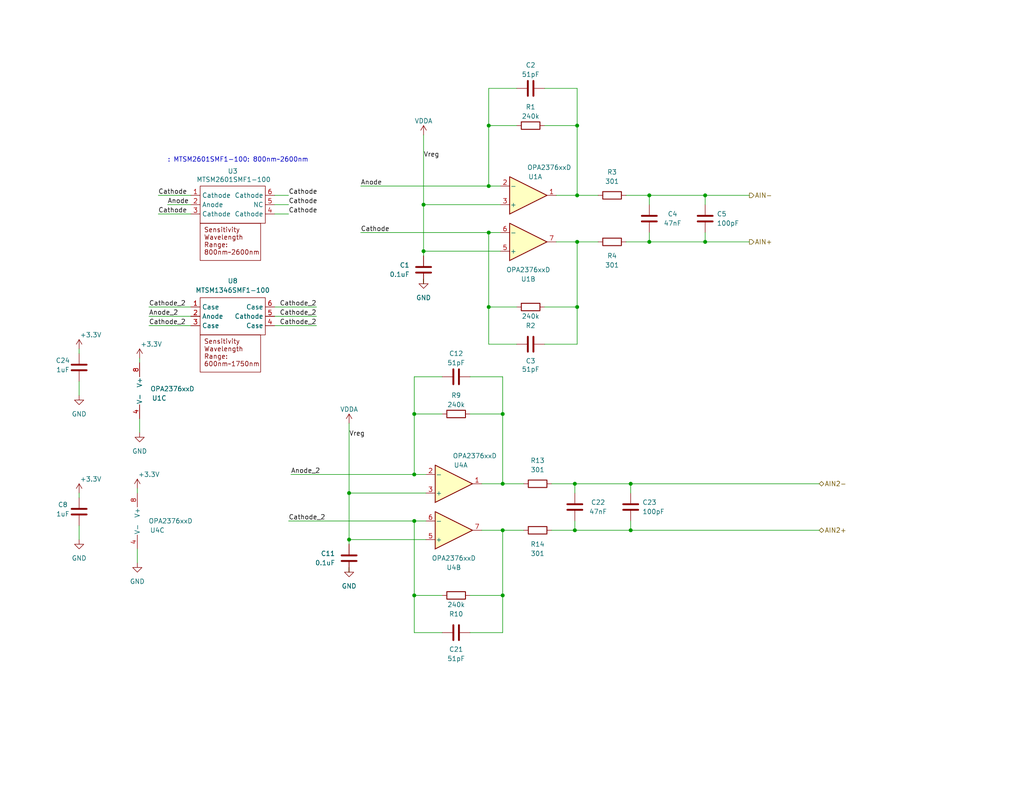
<source format=kicad_sch>
(kicad_sch (version 20250114) (generator "eeschema") (generator_version "9.0")
  (paper "USLetter")
  (title_block (title "PlasticScanner Handheld DB 2.3") (date "2023-10-02") (rev "3") (company "Plastic Scanner"))
  (lib_symbols
    (symbol "Amplifier_Operational:OPA2376xxD" (pin_names (offset 0.127))
      (property "Reference" "U" (at 0 5.08 0))
      (property "Value" "OPA2376xxD" (at 0 -5.08 0))
      (symbol "OPA2376xxD_1_1"
        (polyline (pts (xy -5.08 5.08) (xy 5.08 0) (xy -5.08 -5.08) (xy -5.08 5.08)) (stroke (width 0.254)) (fill (type background)))
        (pin input line (at -7.62 2.54 0) (length 2.54) (name "+") (number "3"))
        (pin input line (at -7.62 -2.54 0) (length 2.54) (name "-") (number "2"))
        (pin output line (at 7.62 0 180) (length 2.54) (name "~") (number "1"))
      )
      (symbol "OPA2376xxD_2_1"
        (polyline (pts (xy -5.08 5.08) (xy 5.08 0) (xy -5.08 -5.08) (xy -5.08 5.08)) (stroke (width 0.254)) (fill (type background)))
        (pin input line (at -7.62 2.54 0) (length 2.54) (name "+") (number "5"))
        (pin input line (at -7.62 -2.54 0) (length 2.54) (name "-") (number "6"))
        (pin output line (at 7.62 0 180) (length 2.54) (name "~") (number "7"))
      )
      (symbol "OPA2376xxD_3_1"
        (pin power_in line (at -2.54 7.62 270) (length 3.81) (name "V+") (number "8"))
        (pin power_in line (at -2.54 -7.62 90) (length 3.81) (name "V-") (number "4"))
      )
    )
    (symbol "Device:C" (pin_numbers (hide yes)) (pin_names (offset 0.254))
      (property "Reference" "C" (at 0.635 2.54 0))
      (property "Value" "C" (at 0.635 -2.54 0))
      (symbol "C_0_1"
        (polyline (pts (xy -2.032 0.762) (xy 2.032 0.762)) (stroke (width 0.508)))
        (polyline (pts (xy -2.032 -0.762) (xy 2.032 -0.762)) (stroke (width 0.508)))
      )
      (symbol "C_1_1"
        (pin passive line (at 0 3.81 270) (length 2.794) (name "~") (number "1"))
        (pin passive line (at 0 -3.81 90) (length 2.794) (name "~") (number "2"))
      )
    )
    (symbol "Device:R" (pin_numbers (hide yes)) (pin_names (offset 0))
      (property "Reference" "R" (at 2.032 0 90))
      (property "Value" "R" (at 0 0 90))
      (symbol "R_0_1"
        (rectangle (start -1.016 -2.54) (end 1.016 2.54) (stroke (width 0.254)))
      )
      (symbol "R_1_1"
        (pin passive line (at 0 3.81 270) (length 1.27) (name "~") (number "1"))
        (pin passive line (at 0 -3.81 90) (length 1.27) (name "~") (number "2"))
      )
    )
    (symbol "MTSM2601SMF1-100:MTSM1346SMF1-100"
      (property "Reference" "U" (at -1.27 2.54 0))
      (property "Value" "MTSM1346SMF1-100" (at 0 0 0))
      (symbol "MTSM1346SMF1-100_0_0"
        (text_box "Sensitivity Wavelength Range: 600nm~1750nm\n" (at -8.89 -8.89 0) (size 16.51 -10.16) (margins 1.016 1.016 1.016 1.016) (fill (type color)) (effects (font (size 1.27 1.27)) (justify left top)))
      )
      (symbol "MTSM1346SMF1-100_0_1"
        (rectangle (start -8.89 1.27) (end 8.89 -8.89))
      )
      (symbol "MTSM1346SMF1-100_1_1"
        (pin bidirectional line (at -11.43 -1.27 0) (length 2.54) (name "Case") (number "1"))
        (pin bidirectional line (at -11.43 -3.81 0) (length 2.54) (name "Anode") (number "2"))
        (pin bidirectional line (at -11.43 -6.35 0) (length 2.54) (name "Case") (number "3"))
        (pin bidirectional line (at 11.43 -1.27 180) (length 2.54) (name "Case") (number "6"))
        (pin bidirectional line (at 11.43 -3.81 180) (length 2.54) (name "Cathode") (number "5"))
        (pin bidirectional line (at 11.43 -6.35 180) (length 2.54) (name "Case") (number "4"))
      )
    )
    (symbol "MTSM2601SMF1-100:MTSM2601SMF1-100"
      (property "Reference" "U" (at -1.27 2.54 0))
      (symbol "MTSM2601SMF1-100_0_0"
        (text_box "Sensitivity Wavelength Range: 800nm~2600nm\n" (at -8.89 -8.89 0) (size 16.51 -10.16) (margins 1.016 1.016 1.016 1.016) (fill (type color)) (effects (font (size 1.27 1.27)) (justify left top)))
      )
      (symbol "MTSM2601SMF1-100_0_1"
        (rectangle (start -8.89 1.27) (end 8.89 -8.89))
      )
      (symbol "MTSM2601SMF1-100_1_1"
        (pin bidirectional line (at -11.43 -1.27 0) (length 2.54) (name "Cathode") (number "1"))
        (pin bidirectional line (at -11.43 -3.81 0) (length 2.54) (name "Anode") (number "2"))
        (pin bidirectional line (at -11.43 -6.35 0) (length 2.54) (name "Cathode") (number "3"))
        (pin bidirectional line (at 11.43 -1.27 180) (length 2.54) (name "Cathode") (number "6"))
        (pin passive line (at 11.43 -3.81 180) (length 2.54) (name "NC") (number "5"))
        (pin bidirectional line (at 11.43 -6.35 180) (length 2.54) (name "Cathode") (number "4"))
      )
    )
    (symbol "power:+3.3V" (power) (pin_names (offset 0))
      (property "Value" "+3.3V" (at 0 3.556 0))
      (symbol "+3.3V_0_1"
        (polyline (pts (xy -0.762 1.27) (xy 0 2.54)))
        (polyline (pts (xy 0 2.54) (xy 0.762 1.27)))
        (polyline (pts (xy 0 0) (xy 0 2.54)))
      )
      (symbol "+3.3V_1_1"
        (pin power_in line (at 0 0 90) (length 0) (hide yes) (name "+3.3V") (number "1"))
      )
    )
    (symbol "power:GND" (power) (pin_names (offset 0))
      (property "Value" "GND" (at 0 -3.81 0))
      (symbol "GND_0_1"
        (polyline (pts (xy 0 0) (xy 0 -1.27) (xy 1.27 -1.27) (xy 0 -2.54) (xy -1.27 -1.27) (xy 0 -1.27)))
      )
      (symbol "GND_1_1"
        (pin power_in line (at 0 0 270) (length 0) (hide yes) (name "GND") (number "1"))
      )
    )
    (symbol "power:VDDA" (power) (pin_names (offset 0))
      (property "Value" "VDDA" (at 0 3.81 0))
      (symbol "VDDA_0_1"
        (polyline (pts (xy -0.762 1.27) (xy 0 2.54)))
        (polyline (pts (xy 0 2.54) (xy 0.762 1.27)))
        (polyline (pts (xy 0 0) (xy 0 2.54)))
      )
      (symbol "VDDA_1_1"
        (pin power_in line (at 0 0 90) (length 0) (hide yes) (name "VDDA") (number "1"))
      )
    )
  )
  (text ": MTSM2601SMF1-100: 800nm~2600nm" (at 45.72 44.45 0) (effects (font (size 1.27 1.27)) (justify left bottom)))
  (junction (at 137.16 162.56))
  (junction (at 113.03 142.24))
  (junction (at 157.48 53.34))
  (junction (at 157.48 34.29))
  (junction (at 137.16 132.08))
  (junction (at 115.57 55.88))
  (junction (at 172.085 144.78))
  (junction (at 192.405 66.04))
  (junction (at 113.03 113.03))
  (junction (at 133.35 34.29))
  (junction (at 113.03 129.54))
  (junction (at 172.085 132.08))
  (junction (at 192.405 53.34))
  (junction (at 133.35 63.5))
  (junction (at 137.16 113.03))
  (junction (at 156.845 132.08))
  (junction (at 156.845 144.78))
  (junction (at 157.48 83.82))
  (junction (at 133.35 83.82))
  (junction (at 133.35 50.8))
  (junction (at 137.16 144.78))
  (junction (at 95.25 147.32))
  (junction (at 113.03 162.56))
  (junction (at 177.165 66.04))
  (junction (at 95.25 134.62))
  (junction (at 177.165 53.34))
  (junction (at 157.48 66.04))
  (junction (at 115.57 68.58))
  (wire (pts (xy 172.085 132.08) (xy 172.085 134.62)))
  (wire (pts (xy 156.845 144.78) (xy 172.085 144.78)))
  (wire (pts (xy 151.765 66.04) (xy 157.48 66.04)))
  (wire (pts (xy 133.35 63.5) (xy 133.35 83.82)))
  (wire (pts (xy 21.59 104.14) (xy 21.59 107.95)))
  (wire (pts (xy 43.18 58.42) (xy 52.07 58.42)))
  (wire (pts (xy 192.405 66.04) (xy 204.47 66.04)))
  (wire (pts (xy 79.375 129.54) (xy 113.03 129.54)))
  (wire (pts (xy 157.48 83.82) (xy 157.48 66.04)))
  (wire (pts (xy 40.64 83.82) (xy 52.07 83.82)))
  (wire (pts (xy 40.64 88.9) (xy 52.07 88.9)))
  (wire (pts (xy 156.845 132.08) (xy 172.085 132.08)))
  (wire (pts (xy 38.1 97.79) (xy 38.1 99.06)))
  (wire (pts (xy 150.495 144.78) (xy 156.845 144.78)))
  (wire (pts (xy 21.59 134.62) (xy 21.59 135.89)))
  (wire (pts (xy 133.35 63.5) (xy 136.525 63.5)))
  (wire (pts (xy 98.425 63.5) (xy 133.35 63.5)))
  (wire (pts (xy 137.16 102.87) (xy 137.16 113.03)))
  (wire (pts (xy 172.085 132.08) (xy 223.52 132.08)))
  (wire (pts (xy 170.815 66.04) (xy 177.165 66.04)))
  (wire (pts (xy 95.25 115.57) (xy 95.25 134.62)))
  (wire (pts (xy 133.35 50.8) (xy 133.35 34.29)))
  (wire (pts (xy 157.48 53.34) (xy 163.195 53.34)))
  (wire (pts (xy 37.465 133.35) (xy 37.465 134.62)))
  (wire (pts (xy 151.765 53.34) (xy 157.48 53.34)))
  (wire (pts (xy 156.845 132.08) (xy 156.845 134.62)))
  (wire (pts (xy 177.165 53.34) (xy 177.165 55.88)))
  (wire (pts (xy 95.25 147.32) (xy 95.25 148.59)))
  (wire (pts (xy 148.59 83.82) (xy 157.48 83.82)))
  (wire (pts (xy 128.27 102.87) (xy 137.16 102.87)))
  (wire (pts (xy 137.16 132.08) (xy 142.875 132.08)))
  (wire (pts (xy 150.495 132.08) (xy 156.845 132.08)))
  (wire (pts (xy 21.59 95.25) (xy 21.59 96.52)))
  (wire (pts (xy 133.35 83.82) (xy 140.97 83.82)))
  (wire (pts (xy 115.57 55.88) (xy 136.525 55.88)))
  (wire (pts (xy 133.35 34.29) (xy 140.97 34.29)))
  (wire (pts (xy 131.445 132.08) (xy 137.16 132.08)))
  (wire (pts (xy 192.405 53.34) (xy 192.405 55.88)))
  (wire (pts (xy 133.35 50.8) (xy 136.525 50.8)))
  (wire (pts (xy 113.03 142.24) (xy 116.205 142.24)))
  (wire (pts (xy 133.35 24.13) (xy 133.35 34.29)))
  (wire (pts (xy 40.64 86.36) (xy 52.07 86.36)))
  (wire (pts (xy 133.35 93.98) (xy 140.97 93.98)))
  (wire (pts (xy 157.48 24.13) (xy 157.48 34.29)))
  (wire (pts (xy 131.445 144.78) (xy 137.16 144.78)))
  (wire (pts (xy 156.845 142.24) (xy 156.845 144.78)))
  (wire (pts (xy 43.18 53.34) (xy 52.07 53.34)))
  (wire (pts (xy 133.35 83.82) (xy 133.35 93.98)))
  (wire (pts (xy 115.57 77.47) (xy 115.57 76.2)))
  (wire (pts (xy 74.93 88.9) (xy 86.36 88.9)))
  (wire (pts (xy 113.03 129.54) (xy 113.03 113.03)))
  (wire (pts (xy 113.03 172.72) (xy 120.65 172.72)))
  (wire (pts (xy 21.59 143.51) (xy 21.59 147.32)))
  (wire (pts (xy 38.1 114.3) (xy 38.1 118.11)))
  (wire (pts (xy 137.16 162.56) (xy 137.16 172.72)))
  (wire (pts (xy 172.085 144.78) (xy 223.52 144.78)))
  (wire (pts (xy 113.03 162.56) (xy 113.03 172.72)))
  (wire (pts (xy 128.27 162.56) (xy 137.16 162.56)))
  (wire (pts (xy 37.465 149.86) (xy 37.465 153.67)))
  (wire (pts (xy 113.03 142.24) (xy 113.03 162.56)))
  (wire (pts (xy 113.03 113.03) (xy 120.65 113.03)))
  (wire (pts (xy 113.03 102.87) (xy 113.03 113.03)))
  (wire (pts (xy 192.405 53.34) (xy 204.47 53.34)))
  (wire (pts (xy 115.57 36.83) (xy 115.57 55.88)))
  (wire (pts (xy 78.74 142.24) (xy 113.03 142.24)))
  (wire (pts (xy 170.815 53.34) (xy 177.165 53.34)))
  (wire (pts (xy 74.93 86.36) (xy 86.36 86.36)))
  (wire (pts (xy 74.93 58.42) (xy 78.74 58.42)))
  (wire (pts (xy 113.03 129.54) (xy 116.205 129.54)))
  (wire (pts (xy 177.165 53.34) (xy 192.405 53.34)))
  (wire (pts (xy 115.57 68.58) (xy 115.57 69.85)))
  (wire (pts (xy 74.93 53.34) (xy 78.74 53.34)))
  (wire (pts (xy 74.93 83.82) (xy 86.36 83.82)))
  (wire (pts (xy 95.25 134.62) (xy 95.25 147.32)))
  (wire (pts (xy 137.16 144.78) (xy 142.875 144.78)))
  (wire (pts (xy 172.085 142.24) (xy 172.085 144.78)))
  (wire (pts (xy 45.72 55.88) (xy 52.07 55.88)))
  (wire (pts (xy 192.405 63.5) (xy 192.405 66.04)))
  (wire (pts (xy 128.27 113.03) (xy 137.16 113.03)))
  (wire (pts (xy 95.25 134.62) (xy 116.205 134.62)))
  (wire (pts (xy 95.25 147.32) (xy 116.205 147.32)))
  (wire (pts (xy 148.59 93.98) (xy 157.48 93.98)))
  (wire (pts (xy 157.48 83.82) (xy 157.48 93.98)))
  (wire (pts (xy 95.25 156.21) (xy 95.25 154.94)))
  (wire (pts (xy 148.59 34.29) (xy 157.48 34.29)))
  (wire (pts (xy 133.35 24.13) (xy 140.97 24.13)))
  (wire (pts (xy 177.165 63.5) (xy 177.165 66.04)))
  (wire (pts (xy 115.57 55.88) (xy 115.57 68.58)))
  (wire (pts (xy 128.27 172.72) (xy 137.16 172.72)))
  (wire (pts (xy 157.48 66.04) (xy 163.195 66.04)))
  (wire (pts (xy 157.48 34.29) (xy 157.48 53.34)))
  (wire (pts (xy 137.16 162.56) (xy 137.16 144.78)))
  (wire (pts (xy 113.03 162.56) (xy 120.65 162.56)))
  (wire (pts (xy 177.165 66.04) (xy 192.405 66.04)))
  (wire (pts (xy 113.03 102.87) (xy 120.65 102.87)))
  (wire (pts (xy 98.425 50.8) (xy 133.35 50.8)))
  (wire (pts (xy 148.59 24.13) (xy 157.48 24.13)))
  (wire (pts (xy 115.57 68.58) (xy 136.525 68.58)))
  (wire (pts (xy 137.16 113.03) (xy 137.16 132.08)))
  (wire (pts (xy 74.93 55.88) (xy 78.74 55.88)))
  (label "Cathode" (at 78.74 58.42 0))
  (label "Cathode" (at 43.18 53.34 0))
  (label "Cathode" (at 78.74 53.34 0))
  (label "Anode_2" (at 40.64 86.36 0))
  (label "Vreg" (at 95.25 119.38 0))
  (label "Cathode_2" (at 86.36 86.36 180))
  (label "Cathode_2" (at 40.64 83.82 0))
  (label "Cathode" (at 98.425 63.5 0))
  (label "Cathode_2" (at 86.36 88.9 180))
  (label "Cathode_2" (at 86.36 83.82 180))
  (label "Cathode" (at 43.18 58.42 0))
  (label "Anode_2" (at 79.375 129.54 0))
  (label "Anode" (at 45.72 55.88 0))
  (label "Cathode_2" (at 78.74 142.24 0))
  (label "Cathode" (at 78.74 55.88 0))
  (label "Vreg" (at 115.57 43.18 0))
  (label "Anode" (at 98.425 50.8 0))
  (label "Cathode_2" (at 40.64 88.9 0))
  (hierarchical_label "AIN-" (shape output) (at 204.47 53.34 0))
  (hierarchical_label "AIN2+" (shape bidirectional) (at 223.52 144.78 0))
  (hierarchical_label "AIN+" (shape output) (at 204.47 66.04 0))
  (hierarchical_label "AIN2-" (shape bidirectional) (at 223.52 132.08 0))
  (symbol (lib_id "Device:R") (at 146.685 132.08 90) (unit 1)
    (property "Reference" "R13" (at 146.685 125.73 90))
    (property "Value" "301" (at 146.685 128.27 90))
    (property "Footprint" "Resistor_SMD:R_0603_1608Metric_Pad0.98x0.95mm_HandSolder" (effects (hide yes)))
    (property "mouser description" "ERJ-3EKF3010V" (effects (hide yes)))
    (property "mouser part number" "667-ERJ-3EKF3010V" (effects (hide yes)))
    (property "digikey description" "RES SMD 301 OHM 1% 1/10W 0603" (effects (hide yes)))
    (property "digikey part number" "P301HCT-ND" (effects (hide yes)))
  )
  (symbol (lib_id "Device:C") (at 95.25 152.4 0) (mirror x) (unit 1)
    (property "Reference" "C11" (at 91.44 151.1299 0) (effects (justify right)))
    (property "Value" "0.1uF" (at 91.44 153.6699 0) (effects (justify right)))
    (property "Footprint" "Capacitor_SMD:C_0603_1608Metric_Pad1.08x0.95mm_HandSolder" (effects (hide yes)))
    (property "digikey description" "CAP CER 0.1UF 16V X7R 0603" (effects (hide yes)))
    (property "digikey part number" "311-1088-1-ND" (effects (hide yes)))
  )
  (symbol (lib_id "Amplifier_Operational:OPA2376xxD") (at 123.825 132.08 0) (mirror x) (unit 1)
    (property "Reference" "U4" (at 125.73 127 0))
    (property "Value" "OPA2376xxD" (at 129.54 124.46 0))
    (property "Footprint" "OPA2376AID:SOIC127P599X175-8N" (effects (hide yes)))
    (property "Datasheet" "http://www.ti.com/lit/ds/symlink/opa376.pdf" (effects (hide yes)))
    (property "digikey part number" "296-26263-5-ND" (effects (hide yes)))
    (property "mouser description" "OPA2376AIDR" (effects (hide yes)))
    (property "mouser part number" "595-OPA2376AIDR" (effects (hide yes)))
    (property "digikey description" "General Purpose Amplifier 2 Circuit Single Ended, Rail-to-Rail 8-SOIC" (effects (hide yes)))
  )
  (symbol (lib_id "power:GND") (at 115.57 76.2 0) (unit 1)
    (property "Reference" "#PWR02" (effects (hide yes)))
    (property "Value" "GND" (at 115.57 81.28 0))
  )
  (symbol (lib_id "Device:C") (at 21.59 100.33 180) (unit 1)
    (property "Reference" "C24" (at 17.145 98.425 0))
    (property "Value" "1uF" (at 17.145 100.965 0))
    (property "Footprint" "Capacitor_SMD:C_0603_1608Metric_Pad1.08x0.95mm_HandSolder" (effects (hide yes)))
    (property "digikey description" "CAP CER 1UF 16V X7R 0603" (effects (hide yes)))
    (property "digikey part number" "311-1446-1-ND" (effects (hide yes)))
    (instances (project "RoundScanner" (path "" (reference "C24") (unit 1)) (path "" (reference "C6") (unit 1))))
  )
  (symbol (lib_id "Device:R") (at 144.78 83.82 270) (mirror x) (unit 1)
    (property "Reference" "R2" (at 144.78 88.9 90))
    (property "Value" "240k" (at 144.78 86.36 90))
    (property "Footprint" "Resistor_SMD:R_0603_1608Metric_Pad0.98x0.95mm_HandSolder" (effects (hide yes)))
    (property "mouser description" "ERJ-3EKF2403V" (effects (hide yes)))
    (property "mouser part number" "667-ERJ-3EKF2403V" (effects (hide yes)))
    (property "digikey description" "RES 240K OHM 1% 1/10W 0603" (effects (hide yes)))
    (property "digikey part number" "311-240KHRCT-ND" (effects (hide yes)))
  )
  (symbol (lib_id "Device:R") (at 167.005 53.34 90) (unit 1)
    (property "Reference" "R3" (at 167.005 46.99 90))
    (property "Value" "301" (at 167.005 49.53 90))
    (property "Footprint" "Resistor_SMD:R_0603_1608Metric_Pad0.98x0.95mm_HandSolder" (effects (hide yes)))
    (property "mouser description" "ERJ-3EKF3010V" (effects (hide yes)))
    (property "mouser part number" "667-ERJ-3EKF3010V" (effects (hide yes)))
    (property "digikey description" "RES SMD 301 OHM 1% 1/10W 0603" (effects (hide yes)))
    (property "digikey part number" "P301HCT-ND" (effects (hide yes)))
  )
  (symbol (lib_id "Device:C") (at 21.59 139.7 180) (unit 1)
    (property "Reference" "C8" (at 17.145 137.795 0))
    (property "Value" "1uF" (at 17.145 140.335 0))
    (property "Footprint" "Capacitor_SMD:C_0603_1608Metric_Pad1.08x0.95mm_HandSolder" (effects (hide yes)))
    (property "digikey description" "CAP CER 1UF 16V X7R 0603" (effects (hide yes)))
    (property "digikey part number" "311-1446-1-ND" (effects (hide yes)))
    (instances (project "RoundScanner" (path "" (reference "C8") (unit 1)) (path "" (reference "C6") (unit 1))))
  )
  (symbol (lib_id "Device:R") (at 144.78 34.29 90) (unit 1)
    (property "Reference" "R1" (at 144.78 29.21 90))
    (property "Value" "240k" (at 144.78 31.75 90))
    (property "Footprint" "Resistor_SMD:R_0603_1608Metric_Pad0.98x0.95mm_HandSolder" (effects (hide yes)))
    (property "mouser description" "ERJ-3EKF2403V" (effects (hide yes)))
    (property "mouser part number" "667-ERJ-3EKF2403V" (effects (hide yes)))
    (property "digikey description" "RES 240K OHM 1% 1/10W 0603" (effects (hide yes)))
    (property "digikey part number" "311-240KHRCT-ND" (effects (hide yes)))
  )
  (symbol (lib_id "power:VDDA") (at 115.57 36.83 0) (unit 1)
    (property "Reference" "#PWR017" (effects (hide yes)))
    (property "Value" "VDDA" (at 115.57 33.02 0))
    (instances (project "RoundScanner" (path "" (reference "#PWR014") (unit 1)) (path "" (reference "#PWR017") (unit 1))))
  )
  (symbol (lib_id "Device:C") (at 192.405 59.69 0) (unit 1)
    (property "Reference" "C5" (at 195.58 58.4199 0) (effects (justify left)))
    (property "Value" "100pF" (at 195.58 60.9599 0) (effects (justify left)))
    (property "Footprint" "Capacitor_SMD:C_0603_1608Metric_Pad1.08x0.95mm_HandSolder" (effects (hide yes)))
    (property "digikey description" "CAP CER 100PF 50V C0G/NP0 0603" (effects (hide yes)))
    (property "digikey part number" "1276-1008-1-ND" (effects (hide yes)))
  )
  (symbol (lib_id "Device:C") (at 172.085 138.43 0) (unit 1)
    (property "Reference" "C23" (at 175.26 137.1599 0) (effects (justify left)))
    (property "Value" "100pF" (at 175.26 139.6999 0) (effects (justify left)))
    (property "Footprint" "Capacitor_SMD:C_0603_1608Metric_Pad1.08x0.95mm_HandSolder" (effects (hide yes)))
    (property "digikey description" "CAP CER 100PF 50V C0G/NP0 0603" (effects (hide yes)))
    (property "digikey part number" "1276-1008-1-ND" (effects (hide yes)))
  )
  (symbol (lib_id "Device:C") (at 124.46 102.87 90) (unit 1)
    (property "Reference" "C12" (at 124.46 96.52 90))
    (property "Value" "51pF" (at 124.46 99.06 90))
    (property "Footprint" "Capacitor_SMD:C_0603_1608Metric_Pad1.08x0.95mm_HandSolder" (effects (hide yes)))
    (property "digikey description" "CAP CER 51PF 50V C0G/NP0 0603" (effects (hide yes)))
    (property "digikey part number" "1276-2310-1-ND" (effects (hide yes)))
  )
  (symbol (lib_id "power:GND") (at 37.465 153.67 0) (unit 1)
    (property "Reference" "#PWR07" (effects (hide yes)))
    (property "Value" "GND" (at 37.465 158.75 0))
  )
  (symbol (lib_id "power:+3.3V") (at 21.59 95.25 0) (unit 1)
    (property "Reference" "#PWR021" (effects (hide yes)))
    (property "Value" "+3.3V" (at 24.765 91.44 0))
  )
  (symbol (lib_id "power:GND") (at 21.59 107.95 0) (unit 1)
    (property "Reference" "#PWR027" (effects (hide yes)))
    (property "Value" "GND" (at 21.59 113.03 0))
  )
  (symbol (lib_id "power:GND") (at 95.25 154.94 0) (unit 1)
    (property "Reference" "#PWR09" (effects (hide yes)))
    (property "Value" "GND" (at 95.25 160.02 0))
  )
  (symbol (lib_id "power:+3.3V") (at 21.59 134.62 0) (unit 1)
    (property "Reference" "#PWR024" (effects (hide yes)))
    (property "Value" "+3.3V" (at 24.765 130.81 0))
  )
  (symbol (lib_id "Amplifier_Operational:OPA2376xxD") (at 40.005 142.24 0) (unit 3)
    (property "Reference" "U4" (at 44.958 144.78 0) (effects (justify right)))
    (property "Value" "OPA2376xxD" (at 52.578 142.24 0) (effects (justify right)))
    (property "Footprint" "OPA2376AID:SOIC127P599X175-8N" (effects (hide yes)))
    (property "Datasheet" "http://www.ti.com/lit/ds/symlink/opa376.pdf" (effects (hide yes)))
    (property "digikey part number" "296-26263-5-ND" (effects (hide yes)))
    (property "mouser description" "OPA2376AIDR" (effects (hide yes)))
    (property "mouser part number" "595-OPA2376AIDR" (effects (hide yes)))
    (property "digikey description" "General Purpose Amplifier 2 Circuit Single Ended, Rail-to-Rail 8-SOIC" (effects (hide yes)))
  )
  (symbol (lib_id "Amplifier_Operational:OPA2376xxD") (at 40.64 106.68 0) (unit 3)
    (property "Reference" "U1" (at 45.466 108.712 0) (effects (justify right)))
    (property "Value" "OPA2376xxD" (at 53.086 106.172 0) (effects (justify right)))
    (property "Footprint" "OPA2376AID:SOIC127P599X175-8N" (effects (hide yes)))
    (property "Datasheet" "http://www.ti.com/lit/ds/symlink/opa376.pdf" (effects (hide yes)))
    (property "digikey part number" "296-26263-5-ND" (effects (hide yes)))
    (property "mouser description" "OPA2376AIDR" (effects (hide yes)))
    (property "mouser part number" "595-OPA2376AIDR" (effects (hide yes)))
    (property "digikey description" "General Purpose Amplifier 2 Circuit Single Ended, Rail-to-Rail 8-SOIC" (effects (hide yes)))
  )
  (symbol (lib_id "Device:C") (at 144.78 93.98 90) (unit 1)
    (property "Reference" "C3" (at 144.78 98.552 90))
    (property "Value" "51pF" (at 144.78 100.838 90))
    (property "Footprint" "Capacitor_SMD:C_0603_1608Metric_Pad1.08x0.95mm_HandSolder" (effects (hide yes)))
    (property "digikey description" "CAP CER 51PF 50V C0G/NP0 0603" (effects (hide yes)))
    (property "digikey part number" "1276-2310-1-ND" (effects (hide yes)))
  )
  (symbol (lib_id "power:GND") (at 21.59 147.32 0) (unit 1)
    (property "Reference" "#PWR025" (effects (hide yes)))
    (property "Value" "GND" (at 21.59 152.4 0))
  )
  (symbol (lib_id "Amplifier_Operational:OPA2376xxD") (at 123.825 144.78 0) (mirror x) (unit 2)
    (property "Reference" "U4" (at 123.825 154.94 0))
    (property "Value" "OPA2376xxD" (at 123.825 152.4 0))
    (property "Footprint" "OPA2376AID:SOIC127P599X175-8N" (effects (hide yes)))
    (property "Datasheet" "http://www.ti.com/lit/ds/symlink/opa376.pdf" (effects (hide yes)))
    (property "digikey part number" "296-26263-5-ND" (effects (hide yes)))
    (property "mouser description" "OPA2376AIDR" (effects (hide yes)))
    (property "mouser part number" "595-OPA2376AIDR" (effects (hide yes)))
    (property "digikey description" "General Purpose Amplifier 2 Circuit Single Ended, Rail-to-Rail 8-SOIC" (effects (hide yes)))
  )
  (symbol (lib_id "power:GND") (at 38.1 118.11 0) (unit 1)
    (property "Reference" "#PWR04" (effects (hide yes)))
    (property "Value" "GND" (at 38.1 123.19 0))
  )
  (symbol (lib_id "Amplifier_Operational:OPA2376xxD") (at 144.145 53.34 0) (mirror x) (unit 1)
    (property "Reference" "U1" (at 146.05 48.26 0))
    (property "Value" "OPA2376xxD" (at 149.86 45.72 0))
    (property "Footprint" "OPA2376AID:SOIC127P599X175-8N" (effects (hide yes)))
    (property "Datasheet" "http://www.ti.com/lit/ds/symlink/opa376.pdf" (effects (hide yes)))
    (property "digikey part number" "296-26263-5-ND" (effects (hide yes)))
    (property "mouser description" "OPA2376AIDR" (effects (hide yes)))
    (property "mouser part number" "595-OPA2376AIDR" (effects (hide yes)))
    (property "digikey description" "General Purpose Amplifier 2 Circuit Single Ended, Rail-to-Rail 8-SOIC" (effects (hide yes)))
  )
  (symbol (lib_id "power:VDDA") (at 95.25 115.57 0) (unit 1)
    (property "Reference" "#PWR016" (effects (hide yes)))
    (property "Value" "VDDA" (at 95.25 111.76 0))
    (instances (project "RoundScanner" (path "" (reference "#PWR014") (unit 1)) (path "" (reference "#PWR016") (unit 1))))
  )
  (symbol (lib_id "Device:C") (at 144.78 24.13 90) (unit 1)
    (property "Reference" "C2" (at 144.78 17.78 90))
    (property "Value" "51pF" (at 144.78 20.32 90))
    (property "Footprint" "Capacitor_SMD:C_0603_1608Metric_Pad1.08x0.95mm_HandSolder" (effects (hide yes)))
    (property "digikey description" "CAP CER 51PF 50V C0G/NP0 0603" (effects (hide yes)))
    (property "digikey part number" "1276-2310-1-ND" (effects (hide yes)))
  )
  (symbol (lib_id "Device:C") (at 177.165 59.69 180) (unit 1)
    (property "Reference" "C4" (at 183.515 58.42 0))
    (property "Value" "47nF" (at 183.515 60.96 0))
    (property "Footprint" "Capacitor_SMD:C_0603_1608Metric_Pad1.08x0.95mm_HandSolder" (effects (hide yes)))
    (property "digikey description" "CAP CER 0.047UF 50V X7R 0603" (effects (hide yes)))
    (property "digikey part number" "311-4019-1-ND" (effects (hide yes)))
  )
  (symbol (lib_id "Device:R") (at 124.46 162.56 270) (mirror x) (unit 1)
    (property "Reference" "R10" (at 124.46 167.64 90))
    (property "Value" "240k" (at 124.46 165.1 90))
    (property "Footprint" "Resistor_SMD:R_0603_1608Metric_Pad0.98x0.95mm_HandSolder" (effects (hide yes)))
    (property "mouser description" "ERJ-3EKF2403V" (effects (hide yes)))
    (property "mouser part number" "667-ERJ-3EKF2403V" (effects (hide yes)))
    (property "digikey description" "RES 240K OHM 1% 1/10W 0603" (effects (hide yes)))
    (property "digikey part number" "311-240KHRCT-ND" (effects (hide yes)))
  )
  (symbol (lib_id "Device:C") (at 156.845 138.43 180) (unit 1)
    (property "Reference" "C22" (at 163.195 137.16 0))
    (property "Value" "47nF" (at 163.195 139.7 0))
    (property "Footprint" "Capacitor_SMD:C_0603_1608Metric_Pad1.08x0.95mm_HandSolder" (effects (hide yes)))
    (property "digikey description" "CAP CER 0.047UF 50V X7R 0603" (effects (hide yes)))
    (property "digikey part number" "311-4019-1-ND" (effects (hide yes)))
  )
  (symbol (lib_id "Device:R") (at 146.685 144.78 90) (unit 1)
    (property "Reference" "R14" (at 146.685 148.59 90))
    (property "Value" "301" (at 146.685 151.13 90))
    (property "Footprint" "Resistor_SMD:R_0603_1608Metric_Pad0.98x0.95mm_HandSolder" (effects (hide yes)))
    (property "mouser description" "ERJ-3EKF3010V" (effects (hide yes)))
    (property "mouser part number" "667-ERJ-3EKF3010V" (effects (hide yes)))
    (property "digikey description" "RES SMD 301 OHM 1% 1/10W 0603" (effects (hide yes)))
    (property "digikey part number" "P301HCT-ND" (effects (hide yes)))
  )
  (symbol (lib_id "Device:R") (at 124.46 113.03 90) (unit 1)
    (property "Reference" "R9" (at 124.46 107.95 90))
    (property "Value" "240k" (at 124.46 110.49 90))
    (property "Footprint" "Resistor_SMD:R_0603_1608Metric_Pad0.98x0.95mm_HandSolder" (effects (hide yes)))
    (property "mouser description" "ERJ-3EKF2403V" (effects (hide yes)))
    (property "mouser part number" "667-ERJ-3EKF2403V" (effects (hide yes)))
    (property "digikey description" "RES 240K OHM 1% 1/10W 0603" (effects (hide yes)))
    (property "digikey part number" "311-240KHRCT-ND" (effects (hide yes)))
  )
  (symbol (lib_id "Device:C") (at 124.46 172.72 90) (unit 1)
    (property "Reference" "C21" (at 124.46 177.292 90))
    (property "Value" "51pF" (at 124.46 179.832 90))
    (property "Footprint" "Capacitor_SMD:C_0603_1608Metric_Pad1.08x0.95mm_HandSolder" (effects (hide yes)))
    (property "digikey description" "CAP CER 51PF 50V C0G/NP0 0603" (effects (hide yes)))
    (property "digikey part number" "1276-2310-1-ND" (effects (hide yes)))
  )
  (symbol (lib_id "Device:R") (at 167.005 66.04 90) (unit 1)
    (property "Reference" "R4" (at 167.005 69.85 90))
    (property "Value" "301" (at 167.005 72.39 90))
    (property "Footprint" "Resistor_SMD:R_0603_1608Metric_Pad0.98x0.95mm_HandSolder" (effects (hide yes)))
    (property "mouser description" "ERJ-3EKF3010V" (effects (hide yes)))
    (property "mouser part number" "667-ERJ-3EKF3010V" (effects (hide yes)))
    (property "digikey description" "RES SMD 301 OHM 1% 1/10W 0603" (effects (hide yes)))
    (property "digikey part number" "P301HCT-ND" (effects (hide yes)))
  )
  (symbol (lib_id "power:+3.3V") (at 38.1 97.79 0) (unit 1)
    (property "Reference" "#PWR0131" (effects (hide yes)))
    (property "Value" "+3.3V" (at 41.275 93.98 0))
  )
  (symbol (lib_id "power:+3.3V") (at 37.465 133.35 0) (unit 1)
    (property "Reference" "#PWR06" (effects (hide yes)))
    (property "Value" "+3.3V" (at 40.64 129.54 0))
  )
  (symbol (lib_id "MTSM2601SMF1-100:MTSM2601SMF1-100") (at 63.5 52.07 0) (unit 1)
    (property "Reference" "U3" (at 63.5 46.736 0))
    (property "Value" "MTSM2601SMF1-100" (at 63.754 49.022 0))
    (property "Footprint" "MTSM2601SMF1-100:MTSM2601SMF1-100" (effects (hide yes)))
    (property "Datasheet" "https://www.mouser.com/datasheet/2/1094/MTSM2601SMF1_100-3193717.pdf" (effects (hide yes)))
    (property "digikey description" "SENSOR PHOTODIODE 800-2600NM SMD" (effects (hide yes)))
    (property "digikey part number" "1125-MTSM2601SMF1-100-ND" (effects (hide yes)))
  )
  (symbol (lib_id "Amplifier_Operational:OPA2376xxD") (at 144.145 66.04 0) (mirror x) (unit 2)
    (property "Reference" "U1" (at 144.145 76.2 0))
    (property "Value" "OPA2376xxD" (at 144.145 73.66 0))
    (property "Footprint" "OPA2376AID:SOIC127P599X175-8N" (effects (hide yes)))
    (property "Datasheet" "http://www.ti.com/lit/ds/symlink/opa376.pdf" (effects (hide yes)))
    (property "digikey part number" "296-26263-5-ND" (effects (hide yes)))
    (property "mouser description" "OPA2376AIDR" (effects (hide yes)))
    (property "mouser part number" "595-OPA2376AIDR" (effects (hide yes)))
    (property "digikey description" "General Purpose Amplifier 2 Circuit Single Ended, Rail-to-Rail 8-SOIC" (effects (hide yes)))
  )
  (symbol (lib_id "Device:C") (at 115.57 73.66 0) (mirror x) (unit 1)
    (property "Reference" "C1" (at 111.76 72.3899 0) (effects (justify right)))
    (property "Value" "0.1uF" (at 111.76 74.9299 0) (effects (justify right)))
    (property "Footprint" "Capacitor_SMD:C_0603_1608Metric_Pad1.08x0.95mm_HandSolder" (effects (hide yes)))
    (property "digikey description" "CAP CER 0.1UF 16V X7R 0603" (effects (hide yes)))
    (property "digikey part number" "311-1088-1-ND" (effects (hide yes)))
  )
  (symbol (lib_id "MTSM2601SMF1-100:MTSM1346SMF1-100") (at 63.5 82.55 0) (unit 1)
    (property "Reference" "U8" (at 63.5 76.708 0))
    (property "Value" "MTSM1346SMF1-100" (at 63.5 79.248 0))
    (property "Footprint" "MTSM2601SMF1-100:MTSM1346SMF1-100" (effects (hide yes)))
    (property "Datasheet" "https://www.mouser.com/datasheet/2/1094/MTSM2601SMF1_100-3193717.pdf" (effects (hide yes)))
    (property "digikey description" "SENSOR PHOTODIODE 1300NM 6SMD" (effects (hide yes)))
    (property "digikey part number" "1125-MTSM1346SMF1-100-ND" (effects (hide yes)))
  )
)
</source>
